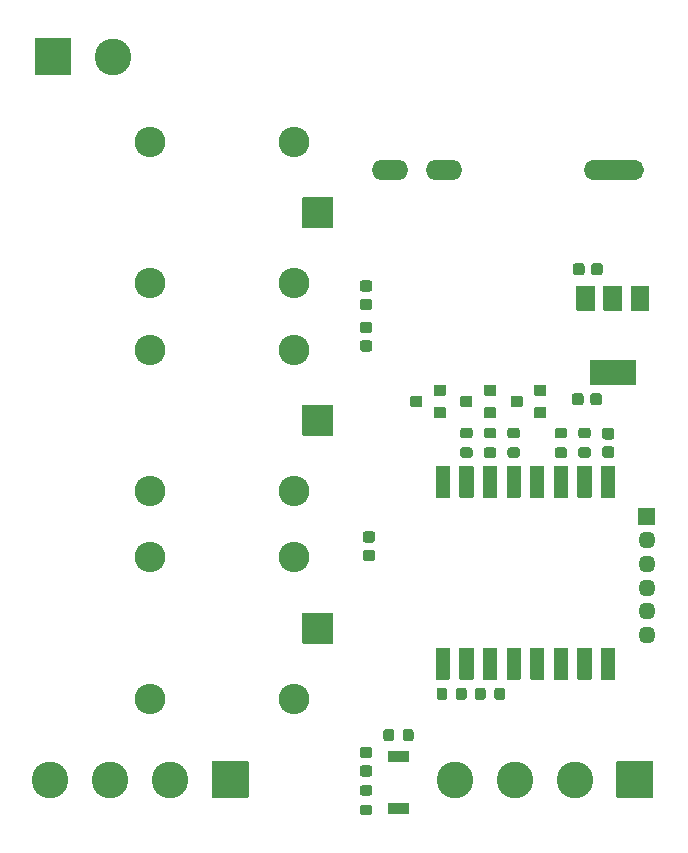
<source format=gbr>
%TF.GenerationSoftware,KiCad,Pcbnew,(5.1.8)-1*%
%TF.CreationDate,2022-05-08T18:20:05+08:00*%
%TF.ProjectId,smartkey,736d6172-746b-4657-992e-6b696361645f,rev?*%
%TF.SameCoordinates,Original*%
%TF.FileFunction,Soldermask,Top*%
%TF.FilePolarity,Negative*%
%FSLAX46Y46*%
G04 Gerber Fmt 4.6, Leading zero omitted, Abs format (unit mm)*
G04 Created by KiCad (PCBNEW (5.1.8)-1) date 2022-05-08 18:20:05*
%MOMM*%
%LPD*%
G01*
G04 APERTURE LIST*
%ADD10O,2.602000X2.602000*%
%ADD11C,3.102000*%
%ADD12O,1.452000X1.452000*%
%ADD13O,3.102000X1.702000*%
%ADD14O,5.102000X1.702000*%
G04 APERTURE END LIST*
D10*
%TO.C,K1*%
X123400000Y-90000000D03*
X111200000Y-90000000D03*
X111200000Y-78000000D03*
X123400000Y-78000000D03*
G36*
G01*
X124150000Y-82699000D02*
X126650000Y-82699000D01*
G75*
G02*
X126701000Y-82750000I0J-51000D01*
G01*
X126701000Y-85250000D01*
G75*
G02*
X126650000Y-85301000I-51000J0D01*
G01*
X124150000Y-85301000D01*
G75*
G02*
X124099000Y-85250000I0J51000D01*
G01*
X124099000Y-82750000D01*
G75*
G02*
X124150000Y-82699000I51000J0D01*
G01*
G37*
%TD*%
%TO.C,D4*%
G36*
G01*
X129781750Y-130201000D02*
X129218250Y-130201000D01*
G75*
G02*
X128974000Y-129956750I0J244250D01*
G01*
X128974000Y-129468250D01*
G75*
G02*
X129218250Y-129224000I244250J0D01*
G01*
X129781750Y-129224000D01*
G75*
G02*
X130026000Y-129468250I0J-244250D01*
G01*
X130026000Y-129956750D01*
G75*
G02*
X129781750Y-130201000I-244250J0D01*
G01*
G37*
G36*
G01*
X129781750Y-131776000D02*
X129218250Y-131776000D01*
G75*
G02*
X128974000Y-131531750I0J244250D01*
G01*
X128974000Y-131043250D01*
G75*
G02*
X129218250Y-130799000I244250J0D01*
G01*
X129781750Y-130799000D01*
G75*
G02*
X130026000Y-131043250I0J-244250D01*
G01*
X130026000Y-131531750D01*
G75*
G02*
X129781750Y-131776000I-244250J0D01*
G01*
G37*
%TD*%
%TO.C,R6*%
G36*
G01*
X129800500Y-133376000D02*
X129199500Y-133376000D01*
G75*
G02*
X128974000Y-133150500I0J225500D01*
G01*
X128974000Y-132699500D01*
G75*
G02*
X129199500Y-132474000I225500J0D01*
G01*
X129800500Y-132474000D01*
G75*
G02*
X130026000Y-132699500I0J-225500D01*
G01*
X130026000Y-133150500D01*
G75*
G02*
X129800500Y-133376000I-225500J0D01*
G01*
G37*
G36*
G01*
X129800500Y-135026000D02*
X129199500Y-135026000D01*
G75*
G02*
X128974000Y-134800500I0J225500D01*
G01*
X128974000Y-134349500D01*
G75*
G02*
X129199500Y-134124000I225500J0D01*
G01*
X129800500Y-134124000D01*
G75*
G02*
X130026000Y-134349500I0J-225500D01*
G01*
X130026000Y-134800500D01*
G75*
G02*
X129800500Y-135026000I-225500J0D01*
G01*
G37*
%TD*%
D11*
%TO.C,J2*%
X137010000Y-132000000D03*
G36*
G01*
X153801000Y-130500000D02*
X153801000Y-133500000D01*
G75*
G02*
X153750000Y-133551000I-51000J0D01*
G01*
X150750000Y-133551000D01*
G75*
G02*
X150699000Y-133500000I0J51000D01*
G01*
X150699000Y-130500000D01*
G75*
G02*
X150750000Y-130449000I51000J0D01*
G01*
X153750000Y-130449000D01*
G75*
G02*
X153801000Y-130500000I0J-51000D01*
G01*
G37*
X142090000Y-132000000D03*
X147170000Y-132000000D03*
%TD*%
%TO.C,U1*%
G36*
G01*
X149450000Y-120849000D02*
X150550000Y-120849000D01*
G75*
G02*
X150601000Y-120900000I0J-51000D01*
G01*
X150601000Y-123500000D01*
G75*
G02*
X150550000Y-123551000I-51000J0D01*
G01*
X149450000Y-123551000D01*
G75*
G02*
X149399000Y-123500000I0J51000D01*
G01*
X149399000Y-120900000D01*
G75*
G02*
X149450000Y-120849000I51000J0D01*
G01*
G37*
G36*
G01*
X147450000Y-120849000D02*
X148550000Y-120849000D01*
G75*
G02*
X148601000Y-120900000I0J-51000D01*
G01*
X148601000Y-123500000D01*
G75*
G02*
X148550000Y-123551000I-51000J0D01*
G01*
X147450000Y-123551000D01*
G75*
G02*
X147399000Y-123500000I0J51000D01*
G01*
X147399000Y-120900000D01*
G75*
G02*
X147450000Y-120849000I51000J0D01*
G01*
G37*
G36*
G01*
X145450000Y-120849000D02*
X146550000Y-120849000D01*
G75*
G02*
X146601000Y-120900000I0J-51000D01*
G01*
X146601000Y-123500000D01*
G75*
G02*
X146550000Y-123551000I-51000J0D01*
G01*
X145450000Y-123551000D01*
G75*
G02*
X145399000Y-123500000I0J51000D01*
G01*
X145399000Y-120900000D01*
G75*
G02*
X145450000Y-120849000I51000J0D01*
G01*
G37*
G36*
G01*
X143450000Y-120849000D02*
X144550000Y-120849000D01*
G75*
G02*
X144601000Y-120900000I0J-51000D01*
G01*
X144601000Y-123500000D01*
G75*
G02*
X144550000Y-123551000I-51000J0D01*
G01*
X143450000Y-123551000D01*
G75*
G02*
X143399000Y-123500000I0J51000D01*
G01*
X143399000Y-120900000D01*
G75*
G02*
X143450000Y-120849000I51000J0D01*
G01*
G37*
G36*
G01*
X141450000Y-120849000D02*
X142550000Y-120849000D01*
G75*
G02*
X142601000Y-120900000I0J-51000D01*
G01*
X142601000Y-123500000D01*
G75*
G02*
X142550000Y-123551000I-51000J0D01*
G01*
X141450000Y-123551000D01*
G75*
G02*
X141399000Y-123500000I0J51000D01*
G01*
X141399000Y-120900000D01*
G75*
G02*
X141450000Y-120849000I51000J0D01*
G01*
G37*
G36*
G01*
X139450000Y-120849000D02*
X140550000Y-120849000D01*
G75*
G02*
X140601000Y-120900000I0J-51000D01*
G01*
X140601000Y-123500000D01*
G75*
G02*
X140550000Y-123551000I-51000J0D01*
G01*
X139450000Y-123551000D01*
G75*
G02*
X139399000Y-123500000I0J51000D01*
G01*
X139399000Y-120900000D01*
G75*
G02*
X139450000Y-120849000I51000J0D01*
G01*
G37*
G36*
G01*
X137450000Y-120849000D02*
X138550000Y-120849000D01*
G75*
G02*
X138601000Y-120900000I0J-51000D01*
G01*
X138601000Y-123500000D01*
G75*
G02*
X138550000Y-123551000I-51000J0D01*
G01*
X137450000Y-123551000D01*
G75*
G02*
X137399000Y-123500000I0J51000D01*
G01*
X137399000Y-120900000D01*
G75*
G02*
X137450000Y-120849000I51000J0D01*
G01*
G37*
G36*
G01*
X135450000Y-120849000D02*
X136550000Y-120849000D01*
G75*
G02*
X136601000Y-120900000I0J-51000D01*
G01*
X136601000Y-123500000D01*
G75*
G02*
X136550000Y-123551000I-51000J0D01*
G01*
X135450000Y-123551000D01*
G75*
G02*
X135399000Y-123500000I0J51000D01*
G01*
X135399000Y-120900000D01*
G75*
G02*
X135450000Y-120849000I51000J0D01*
G01*
G37*
G36*
G01*
X135450000Y-105449000D02*
X136550000Y-105449000D01*
G75*
G02*
X136601000Y-105500000I0J-51000D01*
G01*
X136601000Y-108100000D01*
G75*
G02*
X136550000Y-108151000I-51000J0D01*
G01*
X135450000Y-108151000D01*
G75*
G02*
X135399000Y-108100000I0J51000D01*
G01*
X135399000Y-105500000D01*
G75*
G02*
X135450000Y-105449000I51000J0D01*
G01*
G37*
G36*
G01*
X137450000Y-105449000D02*
X138550000Y-105449000D01*
G75*
G02*
X138601000Y-105500000I0J-51000D01*
G01*
X138601000Y-108100000D01*
G75*
G02*
X138550000Y-108151000I-51000J0D01*
G01*
X137450000Y-108151000D01*
G75*
G02*
X137399000Y-108100000I0J51000D01*
G01*
X137399000Y-105500000D01*
G75*
G02*
X137450000Y-105449000I51000J0D01*
G01*
G37*
G36*
G01*
X139450000Y-105449000D02*
X140550000Y-105449000D01*
G75*
G02*
X140601000Y-105500000I0J-51000D01*
G01*
X140601000Y-108100000D01*
G75*
G02*
X140550000Y-108151000I-51000J0D01*
G01*
X139450000Y-108151000D01*
G75*
G02*
X139399000Y-108100000I0J51000D01*
G01*
X139399000Y-105500000D01*
G75*
G02*
X139450000Y-105449000I51000J0D01*
G01*
G37*
G36*
G01*
X141450000Y-105449000D02*
X142550000Y-105449000D01*
G75*
G02*
X142601000Y-105500000I0J-51000D01*
G01*
X142601000Y-108100000D01*
G75*
G02*
X142550000Y-108151000I-51000J0D01*
G01*
X141450000Y-108151000D01*
G75*
G02*
X141399000Y-108100000I0J51000D01*
G01*
X141399000Y-105500000D01*
G75*
G02*
X141450000Y-105449000I51000J0D01*
G01*
G37*
G36*
G01*
X143450000Y-105449000D02*
X144550000Y-105449000D01*
G75*
G02*
X144601000Y-105500000I0J-51000D01*
G01*
X144601000Y-108100000D01*
G75*
G02*
X144550000Y-108151000I-51000J0D01*
G01*
X143450000Y-108151000D01*
G75*
G02*
X143399000Y-108100000I0J51000D01*
G01*
X143399000Y-105500000D01*
G75*
G02*
X143450000Y-105449000I51000J0D01*
G01*
G37*
G36*
G01*
X145450000Y-105449000D02*
X146550000Y-105449000D01*
G75*
G02*
X146601000Y-105500000I0J-51000D01*
G01*
X146601000Y-108100000D01*
G75*
G02*
X146550000Y-108151000I-51000J0D01*
G01*
X145450000Y-108151000D01*
G75*
G02*
X145399000Y-108100000I0J51000D01*
G01*
X145399000Y-105500000D01*
G75*
G02*
X145450000Y-105449000I51000J0D01*
G01*
G37*
G36*
G01*
X147450000Y-105449000D02*
X148550000Y-105449000D01*
G75*
G02*
X148601000Y-105500000I0J-51000D01*
G01*
X148601000Y-108100000D01*
G75*
G02*
X148550000Y-108151000I-51000J0D01*
G01*
X147450000Y-108151000D01*
G75*
G02*
X147399000Y-108100000I0J51000D01*
G01*
X147399000Y-105500000D01*
G75*
G02*
X147450000Y-105449000I51000J0D01*
G01*
G37*
G36*
G01*
X149450000Y-105449000D02*
X150550000Y-105449000D01*
G75*
G02*
X150601000Y-105500000I0J-51000D01*
G01*
X150601000Y-108100000D01*
G75*
G02*
X150550000Y-108151000I-51000J0D01*
G01*
X149450000Y-108151000D01*
G75*
G02*
X149399000Y-108100000I0J51000D01*
G01*
X149399000Y-105500000D01*
G75*
G02*
X149450000Y-105449000I51000J0D01*
G01*
G37*
%TD*%
%TO.C,U3*%
G36*
G01*
X151950000Y-90199000D02*
X153450000Y-90199000D01*
G75*
G02*
X153501000Y-90250000I0J-51000D01*
G01*
X153501000Y-92250000D01*
G75*
G02*
X153450000Y-92301000I-51000J0D01*
G01*
X151950000Y-92301000D01*
G75*
G02*
X151899000Y-92250000I0J51000D01*
G01*
X151899000Y-90250000D01*
G75*
G02*
X151950000Y-90199000I51000J0D01*
G01*
G37*
G36*
G01*
X147350000Y-90199000D02*
X148850000Y-90199000D01*
G75*
G02*
X148901000Y-90250000I0J-51000D01*
G01*
X148901000Y-92250000D01*
G75*
G02*
X148850000Y-92301000I-51000J0D01*
G01*
X147350000Y-92301000D01*
G75*
G02*
X147299000Y-92250000I0J51000D01*
G01*
X147299000Y-90250000D01*
G75*
G02*
X147350000Y-90199000I51000J0D01*
G01*
G37*
G36*
G01*
X149650000Y-90199000D02*
X151150000Y-90199000D01*
G75*
G02*
X151201000Y-90250000I0J-51000D01*
G01*
X151201000Y-92250000D01*
G75*
G02*
X151150000Y-92301000I-51000J0D01*
G01*
X149650000Y-92301000D01*
G75*
G02*
X149599000Y-92250000I0J51000D01*
G01*
X149599000Y-90250000D01*
G75*
G02*
X149650000Y-90199000I51000J0D01*
G01*
G37*
G36*
G01*
X148500000Y-96499000D02*
X152300000Y-96499000D01*
G75*
G02*
X152351000Y-96550000I0J-51000D01*
G01*
X152351000Y-98550000D01*
G75*
G02*
X152300000Y-98601000I-51000J0D01*
G01*
X148500000Y-98601000D01*
G75*
G02*
X148449000Y-98550000I0J51000D01*
G01*
X148449000Y-96550000D01*
G75*
G02*
X148500000Y-96499000I51000J0D01*
G01*
G37*
%TD*%
%TO.C,SW1*%
G36*
G01*
X133100000Y-130551000D02*
X131400000Y-130551000D01*
G75*
G02*
X131349000Y-130500000I0J51000D01*
G01*
X131349000Y-129600000D01*
G75*
G02*
X131400000Y-129549000I51000J0D01*
G01*
X133100000Y-129549000D01*
G75*
G02*
X133151000Y-129600000I0J-51000D01*
G01*
X133151000Y-130500000D01*
G75*
G02*
X133100000Y-130551000I-51000J0D01*
G01*
G37*
G36*
G01*
X133100000Y-134951000D02*
X131400000Y-134951000D01*
G75*
G02*
X131349000Y-134900000I0J51000D01*
G01*
X131349000Y-134000000D01*
G75*
G02*
X131400000Y-133949000I51000J0D01*
G01*
X133100000Y-133949000D01*
G75*
G02*
X133151000Y-134000000I0J-51000D01*
G01*
X133151000Y-134900000D01*
G75*
G02*
X133100000Y-134951000I-51000J0D01*
G01*
G37*
%TD*%
%TO.C,R7*%
G36*
G01*
X141699500Y-103874000D02*
X142300500Y-103874000D01*
G75*
G02*
X142526000Y-104099500I0J-225500D01*
G01*
X142526000Y-104550500D01*
G75*
G02*
X142300500Y-104776000I-225500J0D01*
G01*
X141699500Y-104776000D01*
G75*
G02*
X141474000Y-104550500I0J225500D01*
G01*
X141474000Y-104099500D01*
G75*
G02*
X141699500Y-103874000I225500J0D01*
G01*
G37*
G36*
G01*
X141699500Y-102224000D02*
X142300500Y-102224000D01*
G75*
G02*
X142526000Y-102449500I0J-225500D01*
G01*
X142526000Y-102900500D01*
G75*
G02*
X142300500Y-103126000I-225500J0D01*
G01*
X141699500Y-103126000D01*
G75*
G02*
X141474000Y-102900500I0J225500D01*
G01*
X141474000Y-102449500D01*
G75*
G02*
X141699500Y-102224000I225500J0D01*
G01*
G37*
%TD*%
%TO.C,R5*%
G36*
G01*
X137124000Y-125050500D02*
X137124000Y-124449500D01*
G75*
G02*
X137349500Y-124224000I225500J0D01*
G01*
X137800500Y-124224000D01*
G75*
G02*
X138026000Y-124449500I0J-225500D01*
G01*
X138026000Y-125050500D01*
G75*
G02*
X137800500Y-125276000I-225500J0D01*
G01*
X137349500Y-125276000D01*
G75*
G02*
X137124000Y-125050500I0J225500D01*
G01*
G37*
G36*
G01*
X135474000Y-125050500D02*
X135474000Y-124449500D01*
G75*
G02*
X135699500Y-124224000I225500J0D01*
G01*
X136150500Y-124224000D01*
G75*
G02*
X136376000Y-124449500I0J-225500D01*
G01*
X136376000Y-125050500D01*
G75*
G02*
X136150500Y-125276000I-225500J0D01*
G01*
X135699500Y-125276000D01*
G75*
G02*
X135474000Y-125050500I0J225500D01*
G01*
G37*
%TD*%
%TO.C,R4*%
G36*
G01*
X131876000Y-127949500D02*
X131876000Y-128550500D01*
G75*
G02*
X131650500Y-128776000I-225500J0D01*
G01*
X131199500Y-128776000D01*
G75*
G02*
X130974000Y-128550500I0J225500D01*
G01*
X130974000Y-127949500D01*
G75*
G02*
X131199500Y-127724000I225500J0D01*
G01*
X131650500Y-127724000D01*
G75*
G02*
X131876000Y-127949500I0J-225500D01*
G01*
G37*
G36*
G01*
X133526000Y-127949500D02*
X133526000Y-128550500D01*
G75*
G02*
X133300500Y-128776000I-225500J0D01*
G01*
X132849500Y-128776000D01*
G75*
G02*
X132624000Y-128550500I0J225500D01*
G01*
X132624000Y-127949500D01*
G75*
G02*
X132849500Y-127724000I225500J0D01*
G01*
X133300500Y-127724000D01*
G75*
G02*
X133526000Y-127949500I0J-225500D01*
G01*
G37*
%TD*%
%TO.C,R3*%
G36*
G01*
X145699500Y-103874000D02*
X146300500Y-103874000D01*
G75*
G02*
X146526000Y-104099500I0J-225500D01*
G01*
X146526000Y-104550500D01*
G75*
G02*
X146300500Y-104776000I-225500J0D01*
G01*
X145699500Y-104776000D01*
G75*
G02*
X145474000Y-104550500I0J225500D01*
G01*
X145474000Y-104099500D01*
G75*
G02*
X145699500Y-103874000I225500J0D01*
G01*
G37*
G36*
G01*
X145699500Y-102224000D02*
X146300500Y-102224000D01*
G75*
G02*
X146526000Y-102449500I0J-225500D01*
G01*
X146526000Y-102900500D01*
G75*
G02*
X146300500Y-103126000I-225500J0D01*
G01*
X145699500Y-103126000D01*
G75*
G02*
X145474000Y-102900500I0J225500D01*
G01*
X145474000Y-102449500D01*
G75*
G02*
X145699500Y-102224000I225500J0D01*
G01*
G37*
%TD*%
%TO.C,R2*%
G36*
G01*
X140374000Y-125050500D02*
X140374000Y-124449500D01*
G75*
G02*
X140599500Y-124224000I225500J0D01*
G01*
X141050500Y-124224000D01*
G75*
G02*
X141276000Y-124449500I0J-225500D01*
G01*
X141276000Y-125050500D01*
G75*
G02*
X141050500Y-125276000I-225500J0D01*
G01*
X140599500Y-125276000D01*
G75*
G02*
X140374000Y-125050500I0J225500D01*
G01*
G37*
G36*
G01*
X138724000Y-125050500D02*
X138724000Y-124449500D01*
G75*
G02*
X138949500Y-124224000I225500J0D01*
G01*
X139400500Y-124224000D01*
G75*
G02*
X139626000Y-124449500I0J-225500D01*
G01*
X139626000Y-125050500D01*
G75*
G02*
X139400500Y-125276000I-225500J0D01*
G01*
X138949500Y-125276000D01*
G75*
G02*
X138724000Y-125050500I0J225500D01*
G01*
G37*
%TD*%
%TO.C,R1*%
G36*
G01*
X148300500Y-103126000D02*
X147699500Y-103126000D01*
G75*
G02*
X147474000Y-102900500I0J225500D01*
G01*
X147474000Y-102449500D01*
G75*
G02*
X147699500Y-102224000I225500J0D01*
G01*
X148300500Y-102224000D01*
G75*
G02*
X148526000Y-102449500I0J-225500D01*
G01*
X148526000Y-102900500D01*
G75*
G02*
X148300500Y-103126000I-225500J0D01*
G01*
G37*
G36*
G01*
X148300500Y-104776000D02*
X147699500Y-104776000D01*
G75*
G02*
X147474000Y-104550500I0J225500D01*
G01*
X147474000Y-104099500D01*
G75*
G02*
X147699500Y-103874000I225500J0D01*
G01*
X148300500Y-103874000D01*
G75*
G02*
X148526000Y-104099500I0J-225500D01*
G01*
X148526000Y-104550500D01*
G75*
G02*
X148300500Y-104776000I-225500J0D01*
G01*
G37*
%TD*%
%TO.C,Q1*%
G36*
G01*
X142751000Y-99600000D02*
X142751000Y-100400000D01*
G75*
G02*
X142700000Y-100451000I-51000J0D01*
G01*
X141800000Y-100451000D01*
G75*
G02*
X141749000Y-100400000I0J51000D01*
G01*
X141749000Y-99600000D01*
G75*
G02*
X141800000Y-99549000I51000J0D01*
G01*
X142700000Y-99549000D01*
G75*
G02*
X142751000Y-99600000I0J-51000D01*
G01*
G37*
G36*
G01*
X144751000Y-98650000D02*
X144751000Y-99450000D01*
G75*
G02*
X144700000Y-99501000I-51000J0D01*
G01*
X143800000Y-99501000D01*
G75*
G02*
X143749000Y-99450000I0J51000D01*
G01*
X143749000Y-98650000D01*
G75*
G02*
X143800000Y-98599000I51000J0D01*
G01*
X144700000Y-98599000D01*
G75*
G02*
X144751000Y-98650000I0J-51000D01*
G01*
G37*
G36*
G01*
X144751000Y-100550000D02*
X144751000Y-101350000D01*
G75*
G02*
X144700000Y-101401000I-51000J0D01*
G01*
X143800000Y-101401000D01*
G75*
G02*
X143749000Y-101350000I0J51000D01*
G01*
X143749000Y-100550000D01*
G75*
G02*
X143800000Y-100499000I51000J0D01*
G01*
X144700000Y-100499000D01*
G75*
G02*
X144751000Y-100550000I0J-51000D01*
G01*
G37*
%TD*%
D12*
%TO.C,J4*%
X153250000Y-119750000D03*
X153250000Y-117750000D03*
X153250000Y-115750000D03*
X153250000Y-113750000D03*
X153250000Y-111750000D03*
G36*
G01*
X152524000Y-110425000D02*
X152524000Y-109075000D01*
G75*
G02*
X152575000Y-109024000I51000J0D01*
G01*
X153925000Y-109024000D01*
G75*
G02*
X153976000Y-109075000I0J-51000D01*
G01*
X153976000Y-110425000D01*
G75*
G02*
X153925000Y-110476000I-51000J0D01*
G01*
X152575000Y-110476000D01*
G75*
G02*
X152524000Y-110425000I0J51000D01*
G01*
G37*
%TD*%
%TO.C,D1*%
G36*
G01*
X129781750Y-90701000D02*
X129218250Y-90701000D01*
G75*
G02*
X128974000Y-90456750I0J244250D01*
G01*
X128974000Y-89968250D01*
G75*
G02*
X129218250Y-89724000I244250J0D01*
G01*
X129781750Y-89724000D01*
G75*
G02*
X130026000Y-89968250I0J-244250D01*
G01*
X130026000Y-90456750D01*
G75*
G02*
X129781750Y-90701000I-244250J0D01*
G01*
G37*
G36*
G01*
X129781750Y-92276000D02*
X129218250Y-92276000D01*
G75*
G02*
X128974000Y-92031750I0J244250D01*
G01*
X128974000Y-91543250D01*
G75*
G02*
X129218250Y-91299000I244250J0D01*
G01*
X129781750Y-91299000D01*
G75*
G02*
X130026000Y-91543250I0J-244250D01*
G01*
X130026000Y-92031750D01*
G75*
G02*
X129781750Y-92276000I-244250J0D01*
G01*
G37*
%TD*%
%TO.C,C3*%
G36*
G01*
X147926000Y-99524500D02*
X147926000Y-100075500D01*
G75*
G02*
X147675500Y-100326000I-250500J0D01*
G01*
X147174500Y-100326000D01*
G75*
G02*
X146924000Y-100075500I0J250500D01*
G01*
X146924000Y-99524500D01*
G75*
G02*
X147174500Y-99274000I250500J0D01*
G01*
X147675500Y-99274000D01*
G75*
G02*
X147926000Y-99524500I0J-250500D01*
G01*
G37*
G36*
G01*
X149476000Y-99524500D02*
X149476000Y-100075500D01*
G75*
G02*
X149225500Y-100326000I-250500J0D01*
G01*
X148724500Y-100326000D01*
G75*
G02*
X148474000Y-100075500I0J250500D01*
G01*
X148474000Y-99524500D01*
G75*
G02*
X148724500Y-99274000I250500J0D01*
G01*
X149225500Y-99274000D01*
G75*
G02*
X149476000Y-99524500I0J-250500D01*
G01*
G37*
%TD*%
%TO.C,C2*%
G36*
G01*
X148554000Y-89075500D02*
X148554000Y-88524500D01*
G75*
G02*
X148804500Y-88274000I250500J0D01*
G01*
X149305500Y-88274000D01*
G75*
G02*
X149556000Y-88524500I0J-250500D01*
G01*
X149556000Y-89075500D01*
G75*
G02*
X149305500Y-89326000I-250500J0D01*
G01*
X148804500Y-89326000D01*
G75*
G02*
X148554000Y-89075500I0J250500D01*
G01*
G37*
G36*
G01*
X147004000Y-89075500D02*
X147004000Y-88524500D01*
G75*
G02*
X147254500Y-88274000I250500J0D01*
G01*
X147755500Y-88274000D01*
G75*
G02*
X148006000Y-88524500I0J-250500D01*
G01*
X148006000Y-89075500D01*
G75*
G02*
X147755500Y-89326000I-250500J0D01*
G01*
X147254500Y-89326000D01*
G75*
G02*
X147004000Y-89075500I0J250500D01*
G01*
G37*
%TD*%
%TO.C,C1*%
G36*
G01*
X150275500Y-103226000D02*
X149724500Y-103226000D01*
G75*
G02*
X149474000Y-102975500I0J250500D01*
G01*
X149474000Y-102474500D01*
G75*
G02*
X149724500Y-102224000I250500J0D01*
G01*
X150275500Y-102224000D01*
G75*
G02*
X150526000Y-102474500I0J-250500D01*
G01*
X150526000Y-102975500D01*
G75*
G02*
X150275500Y-103226000I-250500J0D01*
G01*
G37*
G36*
G01*
X150275500Y-104776000D02*
X149724500Y-104776000D01*
G75*
G02*
X149474000Y-104525500I0J250500D01*
G01*
X149474000Y-104024500D01*
G75*
G02*
X149724500Y-103774000I250500J0D01*
G01*
X150275500Y-103774000D01*
G75*
G02*
X150526000Y-104024500I0J-250500D01*
G01*
X150526000Y-104525500D01*
G75*
G02*
X150275500Y-104776000I-250500J0D01*
G01*
G37*
%TD*%
D11*
%TO.C,J1*%
X108080000Y-70800000D03*
G36*
G01*
X101449000Y-72300000D02*
X101449000Y-69300000D01*
G75*
G02*
X101500000Y-69249000I51000J0D01*
G01*
X104500000Y-69249000D01*
G75*
G02*
X104551000Y-69300000I0J-51000D01*
G01*
X104551000Y-72300000D01*
G75*
G02*
X104500000Y-72351000I-51000J0D01*
G01*
X101500000Y-72351000D01*
G75*
G02*
X101449000Y-72300000I0J51000D01*
G01*
G37*
%TD*%
%TO.C,R10*%
G36*
G01*
X137699500Y-103874000D02*
X138300500Y-103874000D01*
G75*
G02*
X138526000Y-104099500I0J-225500D01*
G01*
X138526000Y-104550500D01*
G75*
G02*
X138300500Y-104776000I-225500J0D01*
G01*
X137699500Y-104776000D01*
G75*
G02*
X137474000Y-104550500I0J225500D01*
G01*
X137474000Y-104099500D01*
G75*
G02*
X137699500Y-103874000I225500J0D01*
G01*
G37*
G36*
G01*
X137699500Y-102224000D02*
X138300500Y-102224000D01*
G75*
G02*
X138526000Y-102449500I0J-225500D01*
G01*
X138526000Y-102900500D01*
G75*
G02*
X138300500Y-103126000I-225500J0D01*
G01*
X137699500Y-103126000D01*
G75*
G02*
X137474000Y-102900500I0J225500D01*
G01*
X137474000Y-102449500D01*
G75*
G02*
X137699500Y-102224000I225500J0D01*
G01*
G37*
%TD*%
%TO.C,R9*%
G36*
G01*
X139699500Y-103874000D02*
X140300500Y-103874000D01*
G75*
G02*
X140526000Y-104099500I0J-225500D01*
G01*
X140526000Y-104550500D01*
G75*
G02*
X140300500Y-104776000I-225500J0D01*
G01*
X139699500Y-104776000D01*
G75*
G02*
X139474000Y-104550500I0J225500D01*
G01*
X139474000Y-104099500D01*
G75*
G02*
X139699500Y-103874000I225500J0D01*
G01*
G37*
G36*
G01*
X139699500Y-102224000D02*
X140300500Y-102224000D01*
G75*
G02*
X140526000Y-102449500I0J-225500D01*
G01*
X140526000Y-102900500D01*
G75*
G02*
X140300500Y-103126000I-225500J0D01*
G01*
X139699500Y-103126000D01*
G75*
G02*
X139474000Y-102900500I0J225500D01*
G01*
X139474000Y-102449500D01*
G75*
G02*
X139699500Y-102224000I225500J0D01*
G01*
G37*
%TD*%
%TO.C,Q3*%
G36*
G01*
X134251000Y-99600000D02*
X134251000Y-100400000D01*
G75*
G02*
X134200000Y-100451000I-51000J0D01*
G01*
X133300000Y-100451000D01*
G75*
G02*
X133249000Y-100400000I0J51000D01*
G01*
X133249000Y-99600000D01*
G75*
G02*
X133300000Y-99549000I51000J0D01*
G01*
X134200000Y-99549000D01*
G75*
G02*
X134251000Y-99600000I0J-51000D01*
G01*
G37*
G36*
G01*
X136251000Y-98650000D02*
X136251000Y-99450000D01*
G75*
G02*
X136200000Y-99501000I-51000J0D01*
G01*
X135300000Y-99501000D01*
G75*
G02*
X135249000Y-99450000I0J51000D01*
G01*
X135249000Y-98650000D01*
G75*
G02*
X135300000Y-98599000I51000J0D01*
G01*
X136200000Y-98599000D01*
G75*
G02*
X136251000Y-98650000I0J-51000D01*
G01*
G37*
G36*
G01*
X136251000Y-100550000D02*
X136251000Y-101350000D01*
G75*
G02*
X136200000Y-101401000I-51000J0D01*
G01*
X135300000Y-101401000D01*
G75*
G02*
X135249000Y-101350000I0J51000D01*
G01*
X135249000Y-100550000D01*
G75*
G02*
X135300000Y-100499000I51000J0D01*
G01*
X136200000Y-100499000D01*
G75*
G02*
X136251000Y-100550000I0J-51000D01*
G01*
G37*
%TD*%
%TO.C,Q2*%
G36*
G01*
X138501000Y-99600000D02*
X138501000Y-100400000D01*
G75*
G02*
X138450000Y-100451000I-51000J0D01*
G01*
X137550000Y-100451000D01*
G75*
G02*
X137499000Y-100400000I0J51000D01*
G01*
X137499000Y-99600000D01*
G75*
G02*
X137550000Y-99549000I51000J0D01*
G01*
X138450000Y-99549000D01*
G75*
G02*
X138501000Y-99600000I0J-51000D01*
G01*
G37*
G36*
G01*
X140501000Y-98650000D02*
X140501000Y-99450000D01*
G75*
G02*
X140450000Y-99501000I-51000J0D01*
G01*
X139550000Y-99501000D01*
G75*
G02*
X139499000Y-99450000I0J51000D01*
G01*
X139499000Y-98650000D01*
G75*
G02*
X139550000Y-98599000I51000J0D01*
G01*
X140450000Y-98599000D01*
G75*
G02*
X140501000Y-98650000I0J-51000D01*
G01*
G37*
G36*
G01*
X140501000Y-100550000D02*
X140501000Y-101350000D01*
G75*
G02*
X140450000Y-101401000I-51000J0D01*
G01*
X139550000Y-101401000D01*
G75*
G02*
X139499000Y-101350000I0J51000D01*
G01*
X139499000Y-100550000D01*
G75*
G02*
X139550000Y-100499000I51000J0D01*
G01*
X140450000Y-100499000D01*
G75*
G02*
X140501000Y-100550000I0J-51000D01*
G01*
G37*
%TD*%
D10*
%TO.C,K3*%
X123400000Y-125200000D03*
X111200000Y-125200000D03*
X111200000Y-113200000D03*
X123400000Y-113200000D03*
G36*
G01*
X124150000Y-117899000D02*
X126650000Y-117899000D01*
G75*
G02*
X126701000Y-117950000I0J-51000D01*
G01*
X126701000Y-120450000D01*
G75*
G02*
X126650000Y-120501000I-51000J0D01*
G01*
X124150000Y-120501000D01*
G75*
G02*
X124099000Y-120450000I0J51000D01*
G01*
X124099000Y-117950000D01*
G75*
G02*
X124150000Y-117899000I51000J0D01*
G01*
G37*
%TD*%
%TO.C,K2*%
X123400000Y-107600000D03*
X111200000Y-107600000D03*
X111200000Y-95600000D03*
X123400000Y-95600000D03*
G36*
G01*
X124150000Y-100299000D02*
X126650000Y-100299000D01*
G75*
G02*
X126701000Y-100350000I0J-51000D01*
G01*
X126701000Y-102850000D01*
G75*
G02*
X126650000Y-102901000I-51000J0D01*
G01*
X124150000Y-102901000D01*
G75*
G02*
X124099000Y-102850000I0J51000D01*
G01*
X124099000Y-100350000D01*
G75*
G02*
X124150000Y-100299000I51000J0D01*
G01*
G37*
%TD*%
%TO.C,D3*%
G36*
G01*
X130031750Y-111951000D02*
X129468250Y-111951000D01*
G75*
G02*
X129224000Y-111706750I0J244250D01*
G01*
X129224000Y-111218250D01*
G75*
G02*
X129468250Y-110974000I244250J0D01*
G01*
X130031750Y-110974000D01*
G75*
G02*
X130276000Y-111218250I0J-244250D01*
G01*
X130276000Y-111706750D01*
G75*
G02*
X130031750Y-111951000I-244250J0D01*
G01*
G37*
G36*
G01*
X130031750Y-113526000D02*
X129468250Y-113526000D01*
G75*
G02*
X129224000Y-113281750I0J244250D01*
G01*
X129224000Y-112793250D01*
G75*
G02*
X129468250Y-112549000I244250J0D01*
G01*
X130031750Y-112549000D01*
G75*
G02*
X130276000Y-112793250I0J-244250D01*
G01*
X130276000Y-113281750D01*
G75*
G02*
X130031750Y-113526000I-244250J0D01*
G01*
G37*
%TD*%
%TO.C,D2*%
G36*
G01*
X129781750Y-94201000D02*
X129218250Y-94201000D01*
G75*
G02*
X128974000Y-93956750I0J244250D01*
G01*
X128974000Y-93468250D01*
G75*
G02*
X129218250Y-93224000I244250J0D01*
G01*
X129781750Y-93224000D01*
G75*
G02*
X130026000Y-93468250I0J-244250D01*
G01*
X130026000Y-93956750D01*
G75*
G02*
X129781750Y-94201000I-244250J0D01*
G01*
G37*
G36*
G01*
X129781750Y-95776000D02*
X129218250Y-95776000D01*
G75*
G02*
X128974000Y-95531750I0J244250D01*
G01*
X128974000Y-95043250D01*
G75*
G02*
X129218250Y-94799000I244250J0D01*
G01*
X129781750Y-94799000D01*
G75*
G02*
X130026000Y-95043250I0J-244250D01*
G01*
X130026000Y-95531750D01*
G75*
G02*
X129781750Y-95776000I-244250J0D01*
G01*
G37*
%TD*%
D13*
%TO.C,U2*%
X131500000Y-80400000D03*
X136100000Y-80400000D03*
D14*
X150500000Y-80400000D03*
%TD*%
D11*
%TO.C,J6*%
X102760000Y-132000000D03*
G36*
G01*
X119551000Y-130500000D02*
X119551000Y-133500000D01*
G75*
G02*
X119500000Y-133551000I-51000J0D01*
G01*
X116500000Y-133551000D01*
G75*
G02*
X116449000Y-133500000I0J51000D01*
G01*
X116449000Y-130500000D01*
G75*
G02*
X116500000Y-130449000I51000J0D01*
G01*
X119500000Y-130449000D01*
G75*
G02*
X119551000Y-130500000I0J-51000D01*
G01*
G37*
X107840000Y-132000000D03*
X112920000Y-132000000D03*
%TD*%
M02*

</source>
